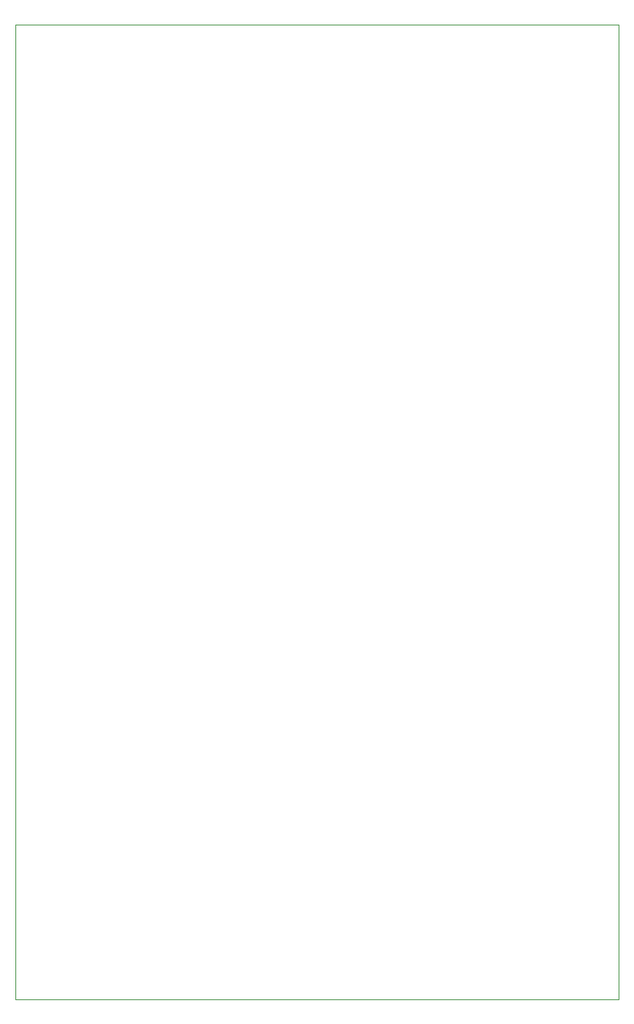
<source format=gbr>
G04 #@! TF.GenerationSoftware,KiCad,Pcbnew,(6.0.0-rc1-dev-113-g3868f21)*
G04 #@! TF.CreationDate,2018-09-11T18:01:50-04:00*
G04 #@! TF.ProjectId,CNCKeypad,434E434B65797061642E6B696361645F,rev?*
G04 #@! TF.SameCoordinates,Original*
G04 #@! TF.FileFunction,Profile,NP*
%FSLAX46Y46*%
G04 Gerber Fmt 4.6, Leading zero omitted, Abs format (unit mm)*
G04 Created by KiCad (PCBNEW (6.0.0-rc1-dev-113-g3868f21)) date Tuesday, September 11, 2018 at 06:01:50 PM*
%MOMM*%
%LPD*%
G01*
G04 APERTURE LIST*
%ADD10C,0.050000*%
G04 APERTURE END LIST*
D10*
X89154000Y-162560000D02*
X89154000Y-55372000D01*
X155575000Y-162560000D02*
X89154000Y-162560000D01*
X155575000Y-55372000D02*
X155575000Y-162560000D01*
X89154000Y-55372000D02*
X155575000Y-55372000D01*
M02*

</source>
